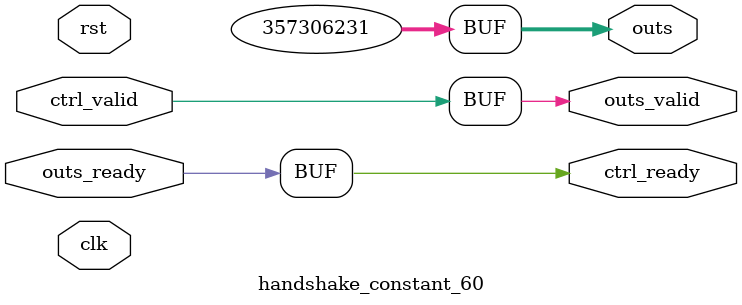
<source format=v>
`timescale 1ns / 1ps
module handshake_constant_60 #(
  parameter DATA_WIDTH = 32  // Default set to 32 bits
) (
  input                       clk,
  input                       rst,
  // Input Channel
  input                       ctrl_valid,
  output                      ctrl_ready,
  // Output Channel
  output [DATA_WIDTH - 1 : 0] outs,
  output                      outs_valid,
  input                       outs_ready
);
  assign outs       = 30'b010101010011000000111101110111;
  assign outs_valid = ctrl_valid;
  assign ctrl_ready = outs_ready;

endmodule

</source>
